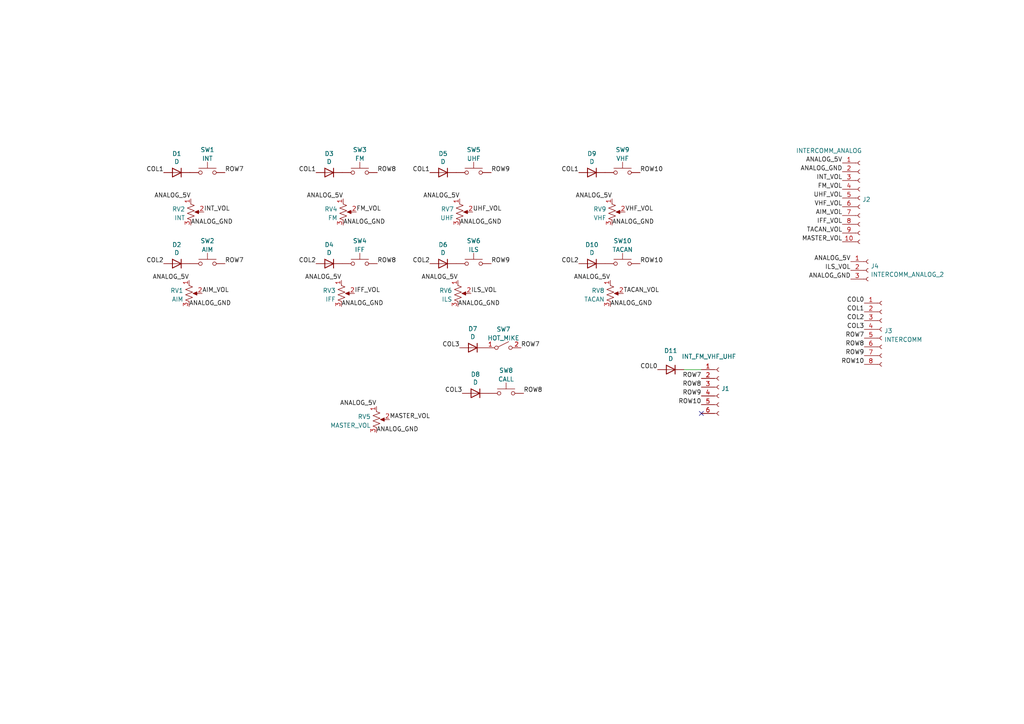
<source format=kicad_sch>
(kicad_sch (version 20230121) (generator eeschema)
  (paper "A4")
  (lib_symbols
    (symbol "Connector:Conn_01x03_Socket" (pin_names (offset 1.016) hide)
      (property "Reference" "J" (at 0 5.08 0))
      (property "Value" "Conn_01x03_Socket" (at 0 -5.08 0))
      (symbol "Conn_01x03_Socket_1_1"
        (arc (start 0 -2.032) (mid -0.5058 -2.54) (end 0 -3.048) (stroke (width 0.1524)))
        (polyline (pts (xy -1.27 -2.54) (xy -0.508 -2.54)) (stroke (width 0.1524)))
        (polyline (pts (xy -1.27 0) (xy -0.508 0)) (stroke (width 0.1524)))
        (polyline (pts (xy -1.27 2.54) (xy -0.508 2.54)) (stroke (width 0.1524)))
        (arc (start 0 0.508) (mid -0.5058 0) (end 0 -0.508) (stroke (width 0.1524)))
        (arc (start 0 3.048) (mid -0.5058 2.54) (end 0 2.032) (stroke (width 0.1524)))
        (pin passive line (at -5.08 2.54 0) (length 3.81) (name "Pin_1") (number "1"))
        (pin passive line (at -5.08 0 0) (length 3.81) (name "Pin_2") (number "2"))
        (pin passive line (at -5.08 -2.54 0) (length 3.81) (name "Pin_3") (number "3"))
      )
    )
    (symbol "Connector:Conn_01x06_Female" (pin_names (offset 1.016) hide)
      (property "Reference" "J" (at 0 7.62 0))
      (property "Value" "Conn_01x06_Female" (at 0 -10.16 0))
      (symbol "Conn_01x06_Female_1_1"
        (arc (start 0 -7.112) (mid -0.5058 -7.62) (end 0 -8.128) (stroke (width 0.1524)))
        (arc (start 0 -4.572) (mid -0.5058 -5.08) (end 0 -5.588) (stroke (width 0.1524)))
        (arc (start 0 -2.032) (mid -0.5058 -2.54) (end 0 -3.048) (stroke (width 0.1524)))
        (polyline (pts (xy -1.27 -7.62) (xy -0.508 -7.62)) (stroke (width 0.1524)))
        (polyline (pts (xy -1.27 -5.08) (xy -0.508 -5.08)) (stroke (width 0.1524)))
        (polyline (pts (xy -1.27 -2.54) (xy -0.508 -2.54)) (stroke (width 0.1524)))
        (polyline (pts (xy -1.27 0) (xy -0.508 0)) (stroke (width 0.1524)))
        (polyline (pts (xy -1.27 2.54) (xy -0.508 2.54)) (stroke (width 0.1524)))
        (polyline (pts (xy -1.27 5.08) (xy -0.508 5.08)) (stroke (width 0.1524)))
        (arc (start 0 0.508) (mid -0.5058 0) (end 0 -0.508) (stroke (width 0.1524)))
        (arc (start 0 3.048) (mid -0.5058 2.54) (end 0 2.032) (stroke (width 0.1524)))
        (arc (start 0 5.588) (mid -0.5058 5.08) (end 0 4.572) (stroke (width 0.1524)))
        (pin passive line (at -5.08 5.08 0) (length 3.81) (name "Pin_1") (number "1"))
        (pin passive line (at -5.08 2.54 0) (length 3.81) (name "Pin_2") (number "2"))
        (pin passive line (at -5.08 0 0) (length 3.81) (name "Pin_3") (number "3"))
        (pin passive line (at -5.08 -2.54 0) (length 3.81) (name "Pin_4") (number "4"))
        (pin passive line (at -5.08 -5.08 0) (length 3.81) (name "Pin_5") (number "5"))
        (pin passive line (at -5.08 -7.62 0) (length 3.81) (name "Pin_6") (number "6"))
      )
    )
    (symbol "Connector:Conn_01x08_Female" (pin_names (offset 1.016) hide)
      (property "Reference" "J" (at 0 10.16 0))
      (property "Value" "Conn_01x08_Female" (at 0 -12.7 0))
      (symbol "Conn_01x08_Female_1_1"
        (arc (start 0 -9.652) (mid -0.5058 -10.16) (end 0 -10.668) (stroke (width 0.1524)))
        (arc (start 0 -7.112) (mid -0.5058 -7.62) (end 0 -8.128) (stroke (width 0.1524)))
        (arc (start 0 -4.572) (mid -0.5058 -5.08) (end 0 -5.588) (stroke (width 0.1524)))
        (arc (start 0 -2.032) (mid -0.5058 -2.54) (end 0 -3.048) (stroke (width 0.1524)))
        (polyline (pts (xy -1.27 -10.16) (xy -0.508 -10.16)) (stroke (width 0.1524)))
        (polyline (pts (xy -1.27 -7.62) (xy -0.508 -7.62)) (stroke (width 0.1524)))
        (polyline (pts (xy -1.27 -5.08) (xy -0.508 -5.08)) (stroke (width 0.1524)))
        (polyline (pts (xy -1.27 -2.54) (xy -0.508 -2.54)) (stroke (width 0.1524)))
        (polyline (pts (xy -1.27 0) (xy -0.508 0)) (stroke (width 0.1524)))
        (polyline (pts (xy -1.27 2.54) (xy -0.508 2.54)) (stroke (width 0.1524)))
        (polyline (pts (xy -1.27 5.08) (xy -0.508 5.08)) (stroke (width 0.1524)))
        (polyline (pts (xy -1.27 7.62) (xy -0.508 7.62)) (stroke (width 0.1524)))
        (arc (start 0 0.508) (mid -0.5058 0) (end 0 -0.508) (stroke (width 0.1524)))
        (arc (start 0 3.048) (mid -0.5058 2.54) (end 0 2.032) (stroke (width 0.1524)))
        (arc (start 0 5.588) (mid -0.5058 5.08) (end 0 4.572) (stroke (width 0.1524)))
        (arc (start 0 8.128) (mid -0.5058 7.62) (end 0 7.112) (stroke (width 0.1524)))
        (pin passive line (at -5.08 7.62 0) (length 3.81) (name "Pin_1") (number "1"))
        (pin passive line (at -5.08 5.08 0) (length 3.81) (name "Pin_2") (number "2"))
        (pin passive line (at -5.08 2.54 0) (length 3.81) (name "Pin_3") (number "3"))
        (pin passive line (at -5.08 0 0) (length 3.81) (name "Pin_4") (number "4"))
        (pin passive line (at -5.08 -2.54 0) (length 3.81) (name "Pin_5") (number "5"))
        (pin passive line (at -5.08 -5.08 0) (length 3.81) (name "Pin_6") (number "6"))
        (pin passive line (at -5.08 -7.62 0) (length 3.81) (name "Pin_7") (number "7"))
        (pin passive line (at -5.08 -10.16 0) (length 3.81) (name "Pin_8") (number "8"))
      )
    )
    (symbol "Connector:Conn_01x10_Female" (pin_names (offset 1.016) hide)
      (property "Reference" "J" (at 0 12.7 0))
      (property "Value" "Conn_01x10_Female" (at 0 -15.24 0))
      (symbol "Conn_01x10_Female_1_1"
        (arc (start 0 -12.192) (mid -0.5058 -12.7) (end 0 -13.208) (stroke (width 0.1524)))
        (arc (start 0 -9.652) (mid -0.5058 -10.16) (end 0 -10.668) (stroke (width 0.1524)))
        (arc (start 0 -7.112) (mid -0.5058 -7.62) (end 0 -8.128) (stroke (width 0.1524)))
        (arc (start 0 -4.572) (mid -0.5058 -5.08) (end 0 -5.588) (stroke (width 0.1524)))
        (arc (start 0 -2.032) (mid -0.5058 -2.54) (end 0 -3.048) (stroke (width 0.1524)))
        (polyline (pts (xy -1.27 -12.7) (xy -0.508 -12.7)) (stroke (width 0.1524)))
        (polyline (pts (xy -1.27 -10.16) (xy -0.508 -10.16)) (stroke (width 0.1524)))
        (polyline (pts (xy -1.27 -7.62) (xy -0.508 -7.62)) (stroke (width 0.1524)))
        (polyline (pts (xy -1.27 -5.08) (xy -0.508 -5.08)) (stroke (width 0.1524)))
        (polyline (pts (xy -1.27 -2.54) (xy -0.508 -2.54)) (stroke (width 0.1524)))
        (polyline (pts (xy -1.27 0) (xy -0.508 0)) (stroke (width 0.1524)))
        (polyline (pts (xy -1.27 2.54) (xy -0.508 2.54)) (stroke (width 0.1524)))
        (polyline (pts (xy -1.27 5.08) (xy -0.508 5.08)) (stroke (width 0.1524)))
        (polyline (pts (xy -1.27 7.62) (xy -0.508 7.62)) (stroke (width 0.1524)))
        (polyline (pts (xy -1.27 10.16) (xy -0.508 10.16)) (stroke (width 0.1524)))
        (arc (start 0 0.508) (mid -0.5058 0) (end 0 -0.508) (stroke (width 0.1524)))
        (arc (start 0 3.048) (mid -0.5058 2.54) (end 0 2.032) (stroke (width 0.1524)))
        (arc (start 0 5.588) (mid -0.5058 5.08) (end 0 4.572) (stroke (width 0.1524)))
        (arc (start 0 8.128) (mid -0.5058 7.62) (end 0 7.112) (stroke (width 0.1524)))
        (arc (start 0 10.668) (mid -0.5058 10.16) (end 0 9.652) (stroke (width 0.1524)))
        (pin passive line (at -5.08 10.16 0) (length 3.81) (name "Pin_1") (number "1"))
        (pin passive line (at -5.08 -12.7 0) (length 3.81) (name "Pin_10") (number "10"))
        (pin passive line (at -5.08 7.62 0) (length 3.81) (name "Pin_2") (number "2"))
        (pin passive line (at -5.08 5.08 0) (length 3.81) (name "Pin_3") (number "3"))
        (pin passive line (at -5.08 2.54 0) (length 3.81) (name "Pin_4") (number "4"))
        (pin passive line (at -5.08 0 0) (length 3.81) (name "Pin_5") (number "5"))
        (pin passive line (at -5.08 -2.54 0) (length 3.81) (name "Pin_6") (number "6"))
        (pin passive line (at -5.08 -5.08 0) (length 3.81) (name "Pin_7") (number "7"))
        (pin passive line (at -5.08 -7.62 0) (length 3.81) (name "Pin_8") (number "8"))
        (pin passive line (at -5.08 -10.16 0) (length 3.81) (name "Pin_9") (number "9"))
      )
    )
    (symbol "Device:D" (pin_numbers hide) (pin_names (offset 1.016) hide)
      (property "Reference" "D" (at 0 2.54 0))
      (property "Value" "D" (at 0 -2.54 0))
      (symbol "D_0_1"
        (polyline (pts (xy -1.27 1.27) (xy -1.27 -1.27)) (stroke (width 0.254)))
        (polyline (pts (xy 1.27 0) (xy -1.27 0)))
        (polyline (pts (xy 1.27 1.27) (xy 1.27 -1.27) (xy -1.27 0) (xy 1.27 1.27)) (stroke (width 0.254)))
      )
      (symbol "D_1_1"
        (pin passive line (at -3.81 0 0) (length 2.54) (name "K") (number "1"))
        (pin passive line (at 3.81 0 180) (length 2.54) (name "A") (number "2"))
      )
    )
    (symbol "Device:R_Potentiometer_US" (pin_names (offset 1.016) hide)
      (property "Reference" "RV" (at -4.445 0 90))
      (property "Value" "R_Potentiometer_US" (at -2.54 0 90))
      (symbol "R_Potentiometer_US_0_1"
        (polyline (pts (xy 0 -2.286) (xy 0 -2.54)))
        (polyline (pts (xy 0 2.54) (xy 0 2.286)))
        (polyline (pts (xy 2.54 0) (xy 1.524 0)))
        (polyline (pts (xy 1.143 0) (xy 2.286 0.508) (xy 2.286 -0.508) (xy 1.143 0)) (fill (type outline)))
        (polyline (pts (xy 0 -0.762) (xy 1.016 -1.143) (xy 0 -1.524) (xy -1.016 -1.905) (xy 0 -2.286)))
        (polyline (pts (xy 0 0.762) (xy 1.016 0.381) (xy 0 0) (xy -1.016 -0.381) (xy 0 -0.762)))
        (polyline (pts (xy 0 2.286) (xy 1.016 1.905) (xy 0 1.524) (xy -1.016 1.143) (xy 0 0.762)))
      )
      (symbol "R_Potentiometer_US_1_1"
        (pin passive line (at 0 3.81 270) (length 1.27) (name "1") (number "1"))
        (pin passive line (at 3.81 0 180) (length 1.27) (name "2") (number "2"))
        (pin passive line (at 0 -3.81 90) (length 1.27) (name "3") (number "3"))
      )
    )
    (symbol "Switch:SW_Push" (pin_numbers hide) (pin_names (offset 1.016) hide)
      (property "Reference" "SW" (at 1.27 2.54 0))
      (property "Value" "SW_Push" (at 0 -1.524 0))
      (symbol "SW_Push_0_1"
        (circle (center -2.032 0) (radius 0.508))
        (polyline (pts (xy 0 1.27) (xy 0 3.048)))
        (polyline (pts (xy 2.54 1.27) (xy -2.54 1.27)))
        (circle (center 2.032 0) (radius 0.508))
        (pin passive line (at -5.08 0 0) (length 2.54) (name "1") (number "1"))
        (pin passive line (at 5.08 0 180) (length 2.54) (name "2") (number "2"))
      )
    )
    (symbol "Switch:SW_SPST" (pin_names (offset 0) hide)
      (property "Reference" "SW" (at 0 3.175 0))
      (property "Value" "SW_SPST" (at 0 -2.54 0))
      (symbol "SW_SPST_0_0"
        (circle (center -2.032 0) (radius 0.508))
        (polyline (pts (xy -1.524 0.254) (xy 1.524 1.778)))
        (circle (center 2.032 0) (radius 0.508))
      )
      (symbol "SW_SPST_1_1"
        (pin passive line (at -5.08 0 0) (length 2.54) (name "A") (number "1"))
        (pin passive line (at 5.08 0 180) (length 2.54) (name "B") (number "2"))
      )
    )
  )
  (no_connect (at 203.4286 119.9134))
  (wire (pts (xy 198.3486 107.2134) (xy 203.4286 107.2134)))
  (label "ROW7" (at 250.6726 98.0694 180))
  (label "ILS_VOL" (at 136.6266 85.1154 0))
  (label "COL2" (at 91.6686 76.4794 180))
  (label "UHF_VOL" (at 244.3226 57.4294 180))
  (label "ROW8" (at 203.4286 112.2934 180))
  (label "COL0" (at 250.6726 87.9094 180))
  (label "COL2" (at 124.6886 76.4794 180))
  (label "COL3" (at 134.0866 114.0714 180))
  (label "VHF_VOL" (at 181.3306 61.4934 0))
  (label "COL2" (at 167.8686 76.4794 180))
  (label "TACAN_VOL" (at 180.8226 85.1154 0))
  (label "UHF_VOL" (at 137.1346 61.4934 0))
  (label "ANALOG_5V" (at 132.8166 81.3054 180))
  (label "ROW9" (at 142.4686 50.0634 0))
  (label "COL0" (at 190.7286 107.2134 180))
  (label "ROW8" (at 250.6726 100.6094 180))
  (label "ROW10" (at 250.6726 105.6894 180))
  (label "ROW8" (at 109.4486 50.0634 0))
  (label "ROW10" (at 185.6486 76.4794 0))
  (label "ROW7" (at 65.2526 50.0634 0))
  (label "ANALOG_GND" (at 244.3226 49.8094 180))
  (label "ROW9" (at 203.4286 114.8334 180))
  (label "ANALOG_GND" (at 55.3466 65.3034 0))
  (label "FM_VOL" (at 103.3526 61.4934 0))
  (label "COL3" (at 133.3246 100.8634 180))
  (label "ROW9" (at 142.4686 76.4794 0))
  (label "INT_VOL" (at 59.1566 61.4934 0))
  (label "TACAN_VOL" (at 244.3226 67.5894 180))
  (label "ANALOG_5V" (at 177.0126 81.3054 180))
  (label "FM_VOL" (at 244.3226 54.8894 180))
  (label "ANALOG_5V" (at 133.3246 57.6834 180))
  (label "COL1" (at 47.4726 50.0634 180))
  (label "COL1" (at 250.6726 90.4494 180))
  (label "ROW8" (at 109.4486 76.4794 0))
  (label "ROW9" (at 250.6726 103.1494 180))
  (label "ANALOG_5V" (at 109.1946 117.8814 180))
  (label "INT_VOL" (at 244.3226 52.3494 180))
  (label "COL1" (at 124.6886 50.0634 180))
  (label "ANALOG_5V" (at 99.5426 57.6834 180))
  (label "COL2" (at 47.4726 76.4794 180))
  (label "COL1" (at 167.8686 50.0634 180))
  (label "ANALOG_GND" (at 246.7356 80.9498 180))
  (label "ANALOG_GND" (at 99.5426 65.3034 0))
  (label "AIM_VOL" (at 58.6486 85.1154 0))
  (label "ROW7" (at 151.1046 100.8634 0))
  (label "VHF_VOL" (at 244.3226 59.9694 180))
  (label "ANALOG_GND" (at 177.5206 65.3034 0))
  (label "ANALOG_5V" (at 55.3466 57.6834 180))
  (label "COL2" (at 250.6726 92.9894 180))
  (label "ANALOG_5V" (at 244.3226 47.2694 180))
  (label "ANALOG_5V" (at 177.5206 57.6834 180))
  (label "COL3" (at 250.6726 95.5294 180))
  (label "ANALOG_5V" (at 54.8386 81.3054 180))
  (label "IFF_VOL" (at 102.8446 85.1154 0))
  (label "ROW10" (at 185.6486 50.0634 0))
  (label "ANALOG_GND" (at 132.8166 88.9254 0))
  (label "ANALOG_GND" (at 54.8386 88.9254 0))
  (label "COL1" (at 91.6686 50.0634 180))
  (label "AIM_VOL" (at 244.3226 62.5094 180))
  (label "ROW7" (at 203.4286 109.7534 180))
  (label "ROW10" (at 203.4286 117.3734 180))
  (label "ROW7" (at 65.2526 76.4794 0))
  (label "ANALOG_5V" (at 99.0346 81.3054 180))
  (label "ANALOG_GND" (at 109.1946 125.5014 0))
  (label "ANALOG_5V" (at 246.7356 75.8698 180))
  (label "ANALOG_GND" (at 133.3246 65.3034 0))
  (label "MASTER_VOL" (at 113.0046 121.6914 0))
  (label "ILS_VOL" (at 246.7356 78.4098 180))
  (label "IFF_VOL" (at 244.3226 65.0494 180))
  (label "ROW8" (at 151.8666 114.0714 0))
  (label "ANALOG_GND" (at 177.0126 88.9254 0))
  (label "ANALOG_GND" (at 99.0346 88.9254 0))
  (label "MASTER_VOL" (at 244.3226 70.1294 180))
  (symbol (lib_id "Device:D") (at 171.6786 76.4794 0) (mirror y) (unit 1)
    (property "Reference" "D10" (at 171.6786 70.993 0))
    (property "Value" "D" (at 171.6786 73.3044 0))
    (property "Footprint" "Diode_THT:D_A-405_P7.62mm_Horizontal" (effects hide))
  )
  (symbol (lib_id "Device:D") (at 128.4986 50.0634 0) (mirror y) (unit 1)
    (property "Reference" "D5" (at 128.4986 44.577 0))
    (property "Value" "D" (at 128.4986 46.8884 0))
    (property "Footprint" "Diode_THT:D_A-405_P7.62mm_Horizontal" (effects hide))
  )
  (symbol (lib_id "Switch:SW_Push") (at 60.1726 76.4794 0) (unit 1)
    (property "Reference" "SW2" (at 60.1726 69.8586 0))
    (property "Value" "AIM" (at 60.1726 72.3955 0))
    (property "Footprint" "Connector_Molex:Molex_KK-254_AE-6410-02A_1x02_P2.54mm_Vertical" (effects hide))
  )
  (symbol (lib_id "Device:D") (at 194.5386 107.2134 0) (mirror y) (unit 1)
    (property "Reference" "D11" (at 194.5386 101.727 0))
    (property "Value" "D" (at 194.5386 104.0384 0))
    (property "Footprint" "Diode_THT:D_A-405_P7.62mm_Horizontal" (effects hide))
  )
  (symbol (lib_id "Device:R_Potentiometer_US") (at 177.0126 85.1154 0) (unit 1)
    (property "Reference" "RV8" (at 175.3616 84.2807 0) (effects (justify right)))
    (property "Value" "TACAN" (at 175.3616 86.8176 0) (effects (justify right)))
    (property "Footprint" "Connector_Molex:Molex_KK-254_AE-6410-023_1x03_P2.54mm_Vertical" (effects hide))
  )
  (symbol (lib_id "Device:D") (at 51.2826 76.4794 0) (mirror y) (unit 1)
    (property "Reference" "D2" (at 51.2826 70.993 0))
    (property "Value" "D" (at 51.2826 73.3044 0))
    (property "Footprint" "Diode_THT:D_A-405_P7.62mm_Horizontal" (effects hide))
  )
  (symbol (lib_id "Switch:SW_Push") (at 180.5686 76.4794 0) (unit 1)
    (property "Reference" "SW10" (at 180.5686 69.8586 0))
    (property "Value" "TACAN" (at 180.5686 72.3955 0))
    (property "Footprint" "Connector_Molex:Molex_KK-254_AE-6410-02A_1x02_P2.54mm_Vertical" (effects hide))
  )
  (symbol (lib_id "Device:R_Potentiometer_US") (at 99.0346 85.1154 0) (unit 1)
    (property "Reference" "RV3" (at 97.3837 84.2807 0) (effects (justify right)))
    (property "Value" "IFF" (at 97.3837 86.8176 0) (effects (justify right)))
    (property "Footprint" "Connector_Molex:Molex_KK-254_AE-6410-023_1x03_P2.54mm_Vertical" (effects hide))
  )
  (symbol (lib_id "Switch:SW_Push") (at 104.3686 76.4794 0) (unit 1)
    (property "Reference" "SW4" (at 104.3686 69.8586 0))
    (property "Value" "IFF" (at 104.3686 72.3955 0))
    (property "Footprint" "Connector_Molex:Molex_KK-254_AE-6410-02A_1x02_P2.54mm_Vertical" (effects hide))
  )
  (symbol (lib_id "Switch:SW_Push") (at 104.3686 50.0634 0) (unit 1)
    (property "Reference" "SW3" (at 104.3686 43.4426 0))
    (property "Value" "FM" (at 104.3686 45.9795 0))
    (property "Footprint" "Connector_Molex:Molex_KK-254_AE-6410-02A_1x02_P2.54mm_Vertical" (effects hide))
  )
  (symbol (lib_id "Connector:Conn_01x08_Female") (at 255.7526 95.5294 0) (unit 1)
    (property "Reference" "J3" (at 256.4638 95.9647 0) (effects (justify left)))
    (property "Value" "INTERCOMM" (at 256.4638 98.5016 0) (effects (justify left)))
    (property "Footprint" "Connector_Molex:Molex_KK-254_AE-6410-08A_1x08_P2.54mm_Vertical" (effects hide))
  )
  (symbol (lib_id "Device:R_Potentiometer_US") (at 132.8166 85.1154 0) (unit 1)
    (property "Reference" "RV6" (at 131.1657 84.2807 0) (effects (justify right)))
    (property "Value" "ILS" (at 131.1657 86.8176 0) (effects (justify right)))
    (property "Footprint" "Connector_Molex:Molex_KK-254_AE-6410-023_1x03_P2.54mm_Vertical" (effects hide))
  )
  (symbol (lib_id "Device:R_Potentiometer_US") (at 55.3466 61.4934 0) (unit 1)
    (property "Reference" "RV2" (at 53.6957 60.6587 0) (effects (justify right)))
    (property "Value" "INT" (at 53.6957 63.1956 0) (effects (justify right)))
    (property "Footprint" "Connector_Molex:Molex_KK-254_AE-6410-023_1x03_P2.54mm_Vertical" (effects hide))
  )
  (symbol (lib_id "Device:D") (at 95.4786 50.0634 0) (mirror y) (unit 1)
    (property "Reference" "D3" (at 95.4786 44.577 0))
    (property "Value" "D" (at 95.4786 46.8884 0))
    (property "Footprint" "Diode_THT:D_A-405_P7.62mm_Horizontal" (effects hide))
  )
  (symbol (lib_id "Device:R_Potentiometer_US") (at 99.5426 61.4934 0) (unit 1)
    (property "Reference" "RV4" (at 97.8917 60.6587 0) (effects (justify right)))
    (property "Value" "FM" (at 97.8917 63.1956 0) (effects (justify right)))
    (property "Footprint" "Connector_Molex:Molex_KK-254_AE-6410-023_1x03_P2.54mm_Vertical" (effects hide))
  )
  (symbol (lib_id "Switch:SW_SPST") (at 146.0246 100.8634 0) (unit 1)
    (property "Reference" "SW7" (at 146.0246 95.5126 0))
    (property "Value" "HOT_MIKE" (at 146.0246 98.0495 0))
    (property "Footprint" "Connector_Molex:Molex_KK-254_AE-6410-02A_1x02_P2.54mm_Vertical" (effects hide))
  )
  (symbol (lib_id "Device:D") (at 137.8966 114.0714 0) (mirror y) (unit 1)
    (property "Reference" "D8" (at 137.8966 108.585 0))
    (property "Value" "D" (at 137.8966 110.8964 0))
    (property "Footprint" "Diode_THT:D_A-405_P7.62mm_Horizontal" (effects hide))
  )
  (symbol (lib_id "Switch:SW_Push") (at 180.5686 50.0634 0) (unit 1)
    (property "Reference" "SW9" (at 180.5686 43.4426 0))
    (property "Value" "VHF" (at 180.5686 45.9795 0))
    (property "Footprint" "Connector_Molex:Molex_KK-254_AE-6410-02A_1x02_P2.54mm_Vertical" (effects hide))
  )
  (symbol (lib_id "Switch:SW_Push") (at 60.1726 50.0634 0) (unit 1)
    (property "Reference" "SW1" (at 60.1726 43.4426 0))
    (property "Value" "INT" (at 60.1726 45.9795 0))
    (property "Footprint" "Connector_Molex:Molex_KK-254_AE-6410-02A_1x02_P2.54mm_Vertical" (effects hide))
  )
  (symbol (lib_id "Connector:Conn_01x06_Female") (at 208.5086 112.2934 0) (unit 1)
    (property "Reference" "J1" (at 209.2198 112.7287 0) (effects (justify left)))
    (property "Value" "INT_FM_VHF_UHF" (at 197.7136 103.4034 0) (effects (justify left)))
    (property "Footprint" "Connector_Molex:Molex_KK-254_AE-6410-06A_1x06_P2.54mm_Vertical" (effects hide))
  )
  (symbol (lib_id "Device:D") (at 95.4786 76.4794 0) (mirror y) (unit 1)
    (property "Reference" "D4" (at 95.4786 70.993 0))
    (property "Value" "D" (at 95.4786 73.3044 0))
    (property "Footprint" "Diode_THT:D_A-405_P7.62mm_Horizontal" (effects hide))
  )
  (symbol (lib_id "Device:D") (at 51.2826 50.0634 0) (mirror y) (unit 1)
    (property "Reference" "D1" (at 51.2826 44.577 0))
    (property "Value" "D" (at 51.2826 46.8884 0))
    (property "Footprint" "Diode_THT:D_A-405_P7.62mm_Horizontal" (effects hide))
  )
  (symbol (lib_id "Device:D") (at 137.1346 100.8634 0) (mirror y) (unit 1)
    (property "Reference" "D7" (at 137.1346 95.377 0))
    (property "Value" "D" (at 137.1346 97.6884 0))
    (property "Footprint" "PT_Library_v001:D_Signal_P7.62mm_Horizontal" (effects hide))
  )
  (symbol (lib_id "Device:D") (at 171.6786 50.0634 0) (mirror y) (unit 1)
    (property "Reference" "D9" (at 171.6786 44.577 0))
    (property "Value" "D" (at 171.6786 46.8884 0))
    (property "Footprint" "Diode_THT:D_A-405_P7.62mm_Horizontal" (effects hide))
  )
  (symbol (lib_id "Switch:SW_Push") (at 137.3886 50.0634 0) (unit 1)
    (property "Reference" "SW5" (at 137.3886 43.4426 0))
    (property "Value" "UHF" (at 137.3886 45.9795 0))
    (property "Footprint" "Connector_Molex:Molex_KK-254_AE-6410-02A_1x02_P2.54mm_Vertical" (effects hide))
  )
  (symbol (lib_id "Switch:SW_Push") (at 137.3886 76.4794 0) (unit 1)
    (property "Reference" "SW6" (at 137.3886 69.8586 0))
    (property "Value" "ILS" (at 137.3886 72.3955 0))
    (property "Footprint" "Connector_Molex:Molex_KK-254_AE-6410-02A_1x02_P2.54mm_Vertical" (effects hide))
  )
  (symbol (lib_id "Device:R_Potentiometer_US") (at 109.1946 121.6914 0) (unit 1)
    (property "Reference" "RV5" (at 107.5436 120.8567 0) (effects (justify right)))
    (property "Value" "MASTER_VOL" (at 107.5436 123.3936 0) (effects (justify right)))
    (property "Footprint" "Connector_Molex:Molex_KK-254_AE-6410-023_1x03_P2.54mm_Vertical" (effects hide))
  )
  (symbol (lib_id "Device:R_Potentiometer_US") (at 177.5206 61.4934 0) (unit 1)
    (property "Reference" "RV9" (at 175.8696 60.6587 0) (effects (justify right)))
    (property "Value" "VHF" (at 175.8696 63.1956 0) (effects (justify right)))
    (property "Footprint" "Connector_Molex:Molex_KK-254_AE-6410-023_1x03_P2.54mm_Vertical" (effects hide))
  )
  (symbol (lib_id "Switch:SW_Push") (at 146.7866 114.0714 0) (unit 1)
    (property "Reference" "SW8" (at 146.7866 107.4506 0))
    (property "Value" "CALL" (at 146.7866 109.9875 0))
    (property "Footprint" "Connector_Molex:Molex_KK-254_AE-6410-02A_1x02_P2.54mm_Vertical" (effects hide))
  )
  (symbol (lib_id "Connector:Conn_01x03_Socket") (at 251.8156 78.4098 0) (unit 1)
    (property "Reference" "J4" (at 252.5268 77.1977 0) (effects (justify left)))
    (property "Value" "INTERCOMM_ANALOG_2" (at 252.5268 79.6219 0) (effects (justify left)))
  )
  (symbol (lib_id "Device:R_Potentiometer_US") (at 54.8386 85.1154 0) (unit 1)
    (property "Reference" "RV1" (at 53.1877 84.2807 0) (effects (justify right)))
    (property "Value" "AIM" (at 53.1877 86.8176 0) (effects (justify right)))
    (property "Footprint" "Connector_Molex:Molex_KK-254_AE-6410-023_1x03_P2.54mm_Vertical" (effects hide))
  )
  (symbol (lib_id "Device:R_Potentiometer_US") (at 133.3246 61.4934 0) (unit 1)
    (property "Reference" "RV7" (at 131.6737 60.6587 0) (effects (justify right)))
    (property "Value" "UHF" (at 131.6737 63.1956 0) (effects (justify right)))
    (property "Footprint" "Connector_Molex:Molex_KK-254_AE-6410-023_1x03_P2.54mm_Vertical" (effects hide))
  )
  (symbol (lib_id "Device:D") (at 128.4986 76.4794 0) (mirror y) (unit 1)
    (property "Reference" "D6" (at 128.4986 70.993 0))
    (property "Value" "D" (at 128.4986 73.3044 0))
    (property "Footprint" "Diode_THT:D_A-405_P7.62mm_Horizontal" (effects hide))
  )
  (symbol (lib_id "Connector:Conn_01x10_Female") (at 249.4026 57.4294 0) (unit 1)
    (property "Reference" "J2" (at 250.1138 57.8647 0) (effects (justify left)))
    (property "Value" "INTERCOMM_ANALOG" (at 230.8606 43.7134 0) (effects (justify left)))
    (property "Footprint" "Connector_Molex:Molex_KK-254_AE-6410-023_1x03_P2.54mm_Vertical" (effects hide))
  )
)
</source>
